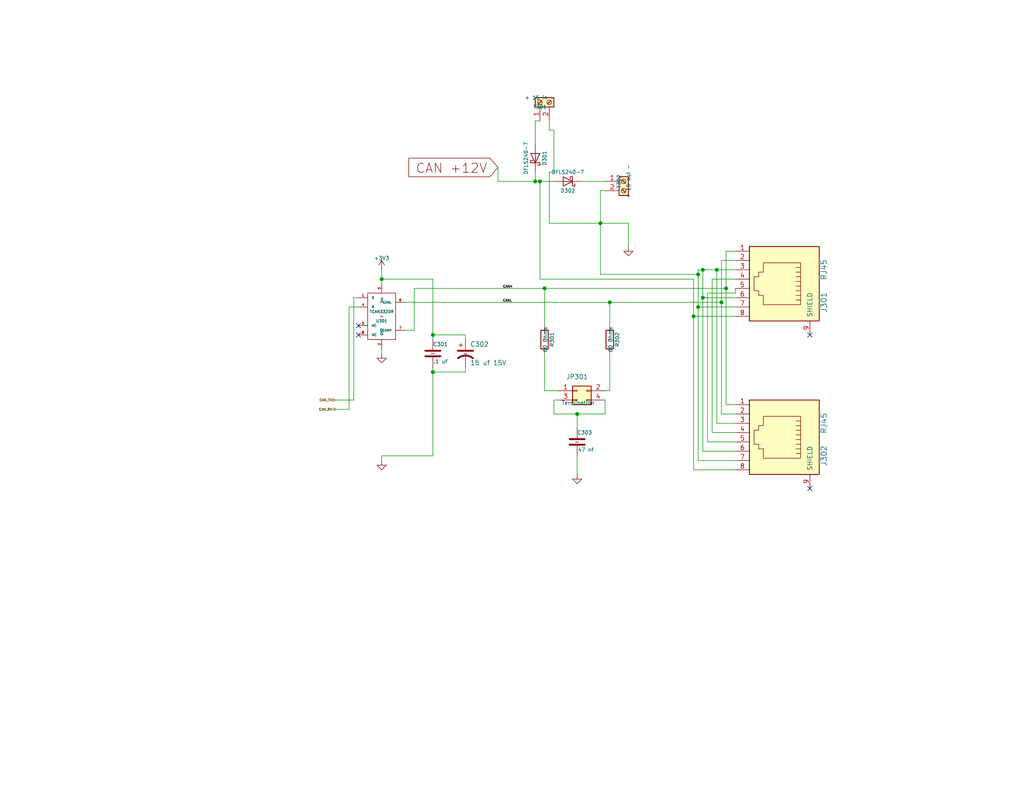
<source format=kicad_sch>
(kicad_sch (version 20211123) (generator eeschema)
  (paper "USLetter")
  (title_block (title "ESP32 S3 Multifunction Board") (rev "1.0") (company "Deepwoods Software") (comment 1 "CAN Transceiver"))
  (lib_symbols
    (symbol "ESP32-T7S3-QuadNeoPixel-rescue:+3V3" (power) (pin_names (offset 0))
      (property "Value" "+3V3" (at 0 3.556 0))
      (symbol "+3V3_0_1"
        (polyline (pts (xy -0.762 1.27) (xy 0 2.54)))
        (polyline (pts (xy 0 0) (xy 0 2.54)))
        (polyline (pts (xy 0 2.54) (xy 0.762 1.27)))
      )
      (symbol "+3V3_1_1"
        (pin power_in line (at 0 0 90) (length 0) hide (name "+3V3") (number "1"))
      )
    )
    (symbol "ESP32-T7S3-QuadNeoPixel-rescue:C" (pin_numbers hide) (pin_names (offset 0.254))
      (property "Reference" "C" (at 0.635 2.54 0))
      (property "Value" "C" (at 0.635 -2.54 0))
      (symbol "C_0_1"
        (polyline (pts (xy -2.032 -0.762) (xy 2.032 -0.762)) (stroke (width 0.508)))
        (polyline (pts (xy -2.032 0.762) (xy 2.032 0.762)) (stroke (width 0.508)))
      )
      (symbol "C_1_1"
        (pin passive line (at 0 3.81 270) (length 2.794) (name "~") (number "1"))
        (pin passive line (at 0 -3.81 90) (length 2.794) (name "~") (number "2"))
      )
    )
    (symbol "ESP32-T7S3-QuadNeoPixel-rescue:CP1" (pin_numbers hide) (pin_names (offset 0.254) hide)
      (property "Reference" "C" (at 0.635 2.54 0))
      (property "Value" "CP1" (at 0.635 -2.54 0))
      (symbol "CP1_0_1"
        (polyline (pts (xy -2.032 0.762) (xy 2.032 0.762)) (stroke (width 0.508)))
        (polyline (pts (xy -1.778 2.286) (xy -0.762 2.286)))
        (polyline (pts (xy -1.27 1.778) (xy -1.27 2.794)))
        (arc (start 2.032 -1.27) (mid 0 -0.5572) (end -2.032 -1.27) (stroke (width 0.508)))
      )
      (symbol "CP1_1_1"
        (pin passive line (at 0 3.81 270) (length 2.794) (name "~") (number "1"))
        (pin passive line (at 0 -3.81 90) (length 3.302) (name "~") (number "2"))
      )
    )
    (symbol "ESP32-T7S3-QuadNeoPixel-rescue:Conn_02x02_Odd_Even" (pin_names (offset 1.016) hide)
      (property "Reference" "J" (at 1.27 2.54 0))
      (property "Value" "Conn_02x02_Odd_Even" (at 1.27 -5.08 0))
      (symbol "Conn_02x02_Odd_Even_1_1"
        (rectangle (start -1.27 -2.413) (end 0 -2.667) (stroke (width 0.1524)))
        (rectangle (start -1.27 0.127) (end 0 -0.127) (stroke (width 0.1524)))
        (rectangle (start -1.27 1.27) (end 3.81 -3.81) (stroke (width 0.254)) (fill (type background)))
        (rectangle (start 3.81 -2.413) (end 2.54 -2.667) (stroke (width 0.1524)))
        (rectangle (start 3.81 0.127) (end 2.54 -0.127) (stroke (width 0.1524)))
        (pin passive line (at -5.08 0 0) (length 3.81) (name "Pin_1") (number "1"))
        (pin passive line (at 7.62 0 180) (length 3.81) (name "Pin_2") (number "2"))
        (pin passive line (at -5.08 -2.54 0) (length 3.81) (name "Pin_3") (number "3"))
        (pin passive line (at 7.62 -2.54 180) (length 3.81) (name "Pin_4") (number "4"))
      )
    )
    (symbol "ESP32-T7S3-QuadNeoPixel-rescue:D_Schottky" (pin_numbers hide) (pin_names (offset 1.016) hide)
      (property "Reference" "D" (at 0 2.54 0))
      (property "Value" "D_Schottky" (at 0 -2.54 0))
      (symbol "D_Schottky_0_1"
        (polyline (pts (xy 1.27 0) (xy -1.27 0)))
        (polyline (pts (xy 1.27 1.27) (xy 1.27 -1.27) (xy -1.27 0) (xy 1.27 1.27)) (stroke (width 0.2032)))
        (polyline (pts (xy -1.905 0.635) (xy -1.905 1.27) (xy -1.27 1.27) (xy -1.27 -1.27) (xy -0.635 -1.27) (xy -0.635 -0.635)) (stroke (width 0.2032)))
      )
      (symbol "D_Schottky_1_1"
        (pin passive line (at -3.81 0 0) (length 2.54) (name "K") (number "1"))
        (pin passive line (at 3.81 0 180) (length 2.54) (name "A") (number "2"))
      )
    )
    (symbol "ESP32-T7S3-QuadNeoPixel-rescue:GND" (power) (pin_names (offset 0))
      (property "Value" "GND" (at 0 -3.81 0))
      (symbol "GND_0_1"
        (polyline (pts (xy 0 0) (xy 0 -1.27) (xy 1.27 -1.27) (xy 0 -2.54) (xy -1.27 -1.27) (xy 0 -1.27)))
      )
      (symbol "GND_1_1"
        (pin power_in line (at 0 0 270) (length 0) hide (name "GND") (number "1"))
      )
    )
    (symbol "ESP32-T7S3-QuadNeoPixel-rescue:R" (pin_numbers hide) (pin_names (offset 0))
      (property "Reference" "R" (at 2.032 0 90))
      (property "Value" "R" (at 0 0 90))
      (symbol "R_0_1"
        (rectangle (start -1.016 -2.54) (end 1.016 2.54) (stroke (width 0.254)))
      )
      (symbol "R_1_1"
        (pin passive line (at 0 3.81 270) (length 1.27) (name "~") (number "1"))
        (pin passive line (at 0 -3.81 90) (length 1.27) (name "~") (number "2"))
      )
    )
    (symbol "ESP32-T7S3-QuadNeoPixel-rescue:RJ45" (pin_names (offset 1.016))
      (property "Reference" "J" (at 5.08 12.7 0))
      (property "Value" "RJ45" (at -3.81 12.7 0))
      (symbol "RJ45_0_1"
        (rectangle (start -10.16 -7.62) (end 10.16 11.43) (stroke (width 0.254)) (fill (type background)))
        (polyline (pts (xy -4.445 5.08) (xy -4.445 6.35) (xy -4.445 6.35)))
        (polyline (pts (xy -3.175 6.35) (xy -3.175 5.08) (xy -3.175 5.08)))
        (polyline (pts (xy -1.905 6.35) (xy -1.905 5.08) (xy -1.905 5.08)))
        (polyline (pts (xy -0.635 6.35) (xy -0.635 5.08) (xy -0.635 5.08)))
        (polyline (pts (xy 0.635 6.35) (xy 0.635 5.08) (xy 0.635 5.08)))
        (polyline (pts (xy 1.905 6.35) (xy 1.905 5.08) (xy 1.905 5.08)))
        (polyline (pts (xy 3.175 5.08) (xy 3.175 6.35) (xy 3.175 6.35)))
        (polyline (pts (xy 4.445 5.08) (xy 4.445 6.35) (xy 4.445 6.35)))
        (polyline (pts (xy -5.715 6.35) (xy 5.715 6.35) (xy 5.715 -3.81) (xy 3.175 -3.81) (xy 3.175 -5.08) (xy 1.905 -5.08) (xy 1.905 -6.35) (xy -1.905 -6.35) (xy -1.905 -5.08) (xy -3.175 -5.08) (xy -3.175 -3.81) (xy -5.715 -3.81) (xy -5.715 6.35) (xy -5.715 6.35)))
      )
      (symbol "RJ45_1_1"
        (pin passive line (at -8.89 -11.43 90) (length 3.81) (name "~") (number "1"))
        (pin passive line (at -6.35 -11.43 90) (length 3.81) (name "~") (number "2"))
        (pin passive line (at -3.81 -11.43 90) (length 3.81) (name "~") (number "3"))
        (pin passive line (at -1.27 -11.43 90) (length 3.81) (name "~") (number "4"))
        (pin passive line (at 1.27 -11.43 90) (length 3.81) (name "~") (number "5"))
        (pin passive line (at 3.81 -11.43 90) (length 3.81) (name "~") (number "6"))
        (pin passive line (at 6.35 -11.43 90) (length 3.81) (name "~") (number "7"))
        (pin passive line (at 8.89 -11.43 90) (length 3.81) (name "~") (number "8"))
        (pin passive line (at 13.97 8.89 180) (length 3.81) (name "SHIELD") (number "9"))
      )
    )
    (symbol "ESP32-T7S3-QuadNeoPixel-rescue:Screw_Terminal_01x02" (pin_names (offset 1.016) hide)
      (property "Reference" "J" (at 0 2.54 0))
      (property "Value" "Screw_Terminal_01x02" (at 0 -5.08 0))
      (symbol "Screw_Terminal_01x02_1_1"
        (rectangle (start -1.27 1.27) (end 1.27 -3.81) (stroke (width 0.254)) (fill (type background)))
        (circle (center 0 -2.54) (radius 0.635) (stroke (width 0.1524)))
        (polyline (pts (xy -0.5334 -2.2098) (xy 0.3302 -3.048)) (stroke (width 0.1524)))
        (polyline (pts (xy -0.5334 0.3302) (xy 0.3302 -0.508)) (stroke (width 0.1524)))
        (polyline (pts (xy -0.3556 -2.032) (xy 0.508 -2.8702)) (stroke (width 0.1524)))
        (polyline (pts (xy -0.3556 0.508) (xy 0.508 -0.3302)) (stroke (width 0.1524)))
        (circle (center 0 0) (radius 0.635) (stroke (width 0.1524)))
        (pin passive line (at -5.08 0 0) (length 3.81) (name "Pin_1") (number "1"))
        (pin passive line (at -5.08 -2.54 0) (length 3.81) (name "Pin_2") (number "2"))
      )
    )
    (symbol "sn65hvd233-ht:TCAN332DR" (pin_names (offset 1.016))
      (property "Reference" "U" (at 0 -1.27 0))
      (property "Value" "TCAN332DR" (at 0 1.27 0))
      (symbol "TCAN332DR_0_1"
        (rectangle (start -3.81 6.35) (end 3.81 -6.35))
      )
      (symbol "TCAN332DR_1_1"
        (pin input line (at -6.35 5.08 0) (length 2.54) (name "D") (number "1"))
        (pin power_in line (at 0 -8.89 90) (length 2.54) (name "GND") (number "2"))
        (pin power_in line (at 0 8.89 270) (length 2.54) (name "Vcc") (number "3"))
        (pin output line (at -6.35 2.54 0) (length 2.54) (name "R") (number "4"))
        (pin input line (at -6.35 -2.54 0) (length 2.54) (name "NC") (number "5"))
        (pin bidirectional line (at 6.35 3.81 180) (length 2.54) (name "CANL") (number "6"))
        (pin bidirectional line (at 6.35 -3.81 180) (length 2.54) (name "CANH") (number "7"))
        (pin input line (at -6.35 -5.08 0) (length 2.54) (name "NC") (number "8"))
      )
    )
  )
  (junction (at 146.05 49.53))
  (junction (at 163.83 60.96))
  (junction (at 196.85 82.55))
  (junction (at 148.59 78.74))
  (junction (at 191.77 73.66))
  (junction (at 157.48 113.03))
  (junction (at 189.23 86.36))
  (junction (at 166.37 82.55))
  (junction (at 118.11 91.44))
  (junction (at 195.58 73.66))
  (junction (at 104.14 76.2))
  (junction (at 191.77 81.28))
  (junction (at 190.5 74.93))
  (junction (at 190.5 83.82))
  (junction (at 118.11 101.6))
  (junction (at 147.32 49.53))
  (junction (at 198.12 78.74))
  (no_connect (at 220.98 133.35))
  (no_connect (at 97.79 91.44))
  (no_connect (at 220.98 91.44))
  (no_connect (at 97.79 88.9))
  (wire (pts (xy 166.37 96.52) (xy 166.37 106.68)))
  (wire (pts (xy 149.86 46.99) (xy 149.86 60.96)))
  (wire (pts (xy 163.83 74.93) (xy 190.5 74.93)))
  (wire (pts (xy 148.59 96.52) (xy 148.59 106.68)))
  (wire (pts (xy 195.58 73.66) (xy 195.58 115.57)))
  (wire (pts (xy 113.03 90.17) (xy 113.03 78.74)))
  (wire (pts (xy 135.89 45.72) (xy 135.89 49.53)))
  (wire (pts (xy 157.48 113.03) (xy 157.48 116.84)))
  (wire (pts (xy 200.66 118.11) (xy 194.31 118.11)))
  (wire (pts (xy 191.77 81.28) (xy 191.77 123.19)))
  (wire (pts (xy 163.83 52.07) (xy 163.83 60.96)))
  (wire (pts (xy 104.14 73.66) (xy 104.14 76.2)))
  (wire (pts (xy 104.14 124.46) (xy 104.14 125.73)))
  (wire (pts (xy 149.86 60.96) (xy 163.83 60.96)))
  (wire (pts (xy 194.31 76.2) (xy 200.66 76.2)))
  (wire (pts (xy 189.23 86.36) (xy 189.23 128.27)))
  (wire (pts (xy 104.14 95.25) (xy 104.14 96.52)))
  (wire (pts (xy 151.13 46.99) (xy 149.86 46.99)))
  (wire (pts (xy 166.37 82.55) (xy 196.85 82.55)))
  (wire (pts (xy 198.12 68.58) (xy 198.12 78.74)))
  (wire (pts (xy 118.11 124.46) (xy 104.14 124.46)))
  (wire (pts (xy 96.52 81.28) (xy 96.52 109.22)))
  (wire (pts (xy 157.48 113.03) (xy 151.13 113.03)))
  (wire (pts (xy 148.59 78.74) (xy 198.12 78.74)))
  (wire (pts (xy 118.11 91.44) (xy 118.11 92.71)))
  (wire (pts (xy 147.32 33.02) (xy 146.05 33.02)))
  (wire (pts (xy 146.05 49.53) (xy 147.32 49.53)))
  (wire (pts (xy 95.25 83.82) (xy 95.25 111.76)))
  (wire (pts (xy 163.83 60.96) (xy 163.83 74.93)))
  (wire (pts (xy 196.85 82.55) (xy 196.85 113.03)))
  (wire (pts (xy 165.1 109.22) (xy 165.1 113.03)))
  (wire (pts (xy 190.5 83.82) (xy 190.5 125.73)))
  (wire (pts (xy 194.31 118.11) (xy 194.31 76.2)))
  (wire (pts (xy 196.85 71.12) (xy 196.85 82.55)))
  (wire (pts (xy 96.52 109.22) (xy 91.44 109.22)))
  (wire (pts (xy 165.1 113.03) (xy 157.48 113.03)))
  (wire (pts (xy 118.11 91.44) (xy 127 91.44)))
  (wire (pts (xy 146.05 49.53) (xy 146.05 46.99)))
  (wire (pts (xy 146.05 33.02) (xy 146.05 39.37)))
  (wire (pts (xy 97.79 83.82) (xy 95.25 83.82)))
  (wire (pts (xy 190.5 73.66) (xy 190.5 74.93)))
  (wire (pts (xy 196.85 113.03) (xy 200.66 113.03)))
  (wire (pts (xy 151.13 113.03) (xy 151.13 109.22)))
  (wire (pts (xy 191.77 73.66) (xy 191.77 81.28)))
  (wire (pts (xy 135.89 49.53) (xy 146.05 49.53)))
  (wire (pts (xy 97.79 81.28) (xy 96.52 81.28)))
  (wire (pts (xy 104.14 76.2) (xy 118.11 76.2)))
  (wire (pts (xy 110.49 82.55) (xy 166.37 82.55)))
  (wire (pts (xy 148.59 78.74) (xy 148.59 88.9)))
  (wire (pts (xy 147.32 76.2) (xy 189.23 76.2)))
  (wire (pts (xy 165.1 49.53) (xy 158.75 49.53)))
  (wire (pts (xy 148.59 106.68) (xy 152.4 106.68)))
  (wire (pts (xy 163.83 60.96) (xy 171.45 60.96)))
  (wire (pts (xy 151.13 109.22) (xy 152.4 109.22)))
  (wire (pts (xy 113.03 78.74) (xy 148.59 78.74)))
  (wire (pts (xy 195.58 73.66) (xy 200.66 73.66)))
  (wire (pts (xy 127 101.6) (xy 118.11 101.6)))
  (wire (pts (xy 118.11 101.6) (xy 118.11 124.46)))
  (wire (pts (xy 110.49 90.17) (xy 113.03 90.17)))
  (wire (pts (xy 166.37 106.68) (xy 165.1 106.68)))
  (wire (pts (xy 198.12 68.58) (xy 200.66 68.58)))
  (wire (pts (xy 149.86 33.02) (xy 149.86 35.56)))
  (wire (pts (xy 190.5 83.82) (xy 200.66 83.82)))
  (wire (pts (xy 127 91.44) (xy 127 92.71)))
  (wire (pts (xy 157.48 124.46) (xy 157.48 129.54)))
  (wire (pts (xy 151.13 35.56) (xy 151.13 46.99)))
  (wire (pts (xy 118.11 100.33) (xy 118.11 101.6)))
  (wire (pts (xy 95.25 111.76) (xy 91.44 111.76)))
  (wire (pts (xy 200.66 81.28) (xy 191.77 81.28)))
  (wire (pts (xy 166.37 82.55) (xy 166.37 88.9)))
  (wire (pts (xy 193.04 120.65) (xy 200.66 120.65)))
  (wire (pts (xy 104.14 76.2) (xy 104.14 77.47)))
  (wire (pts (xy 165.1 52.07) (xy 163.83 52.07)))
  (wire (pts (xy 147.32 49.53) (xy 147.32 76.2)))
  (wire (pts (xy 193.04 80.01) (xy 193.04 120.65)))
  (wire (pts (xy 195.58 115.57) (xy 200.66 115.57)))
  (wire (pts (xy 198.12 110.49) (xy 200.66 110.49)))
  (wire (pts (xy 198.12 78.74) (xy 198.12 110.49)))
  (wire (pts (xy 190.5 74.93) (xy 190.5 83.82)))
  (wire (pts (xy 200.66 78.74) (xy 200.66 80.01)))
  (wire (pts (xy 191.77 73.66) (xy 195.58 73.66)))
  (wire (pts (xy 118.11 76.2) (xy 118.11 91.44)))
  (wire (pts (xy 190.5 125.73) (xy 200.66 125.73)))
  (wire (pts (xy 191.77 123.19) (xy 200.66 123.19)))
  (wire (pts (xy 189.23 86.36) (xy 200.66 86.36)))
  (wire (pts (xy 200.66 71.12) (xy 196.85 71.12)))
  (wire (pts (xy 147.32 49.53) (xy 151.13 49.53)))
  (wire (pts (xy 190.5 73.66) (xy 191.77 73.66)))
  (wire (pts (xy 149.86 35.56) (xy 151.13 35.56)))
  (wire (pts (xy 200.66 80.01) (xy 193.04 80.01)))
  (wire (pts (xy 171.45 60.96) (xy 171.45 67.31)))
  (wire (pts (xy 189.23 76.2) (xy 189.23 86.36)))
  (wire (pts (xy 189.23 128.27) (xy 200.66 128.27)))
  (wire (pts (xy 127 100.33) (xy 127 101.6)))
  (label "CANH" (at 137.16 78.74 0) (effects (font (size 0.635 0.635))))
  (label "CANL" (at 137.16 82.55 0) (effects (font (size 0.635 0.635))))
  (global_label "CAN +12V" (shape input) (at 135.89 45.72 180) (effects (font (size 2.54 2.54))) (property "Intersheet References" "${INTERSHEET_REFS}" (effects hide)))
  (hierarchical_label "CAN_RX" (shape output) (at 91.44 111.76 180) (effects (font (size 0.635 0.635))))
  (hierarchical_label "CAN_TX" (shape input) (at 91.44 109.22 180) (effects (font (size 0.635 0.635))))
  (symbol (lib_id "sn65hvd233-ht:TCAN332DR") (at 104.14 86.36 0) (unit 1)
    (property "Reference" "U301" (at 104.14 87.63 0) (effects (font (size 0.762 0.762))))
    (property "Value" "TCAN332DR" (at 104.14 85.09 0) (effects (font (size 0.762 0.762))))
    (property "Footprint" "Housings_SOIC:SOIC-8_3.9x4.9mm_Pitch1.27mm" (effects hide))
    (property "Datasheet" "~" (at 104.14 86.36 0) (effects (font (size 1.524 1.524))))
    (property "Mouser Part Number" "595-TCAN332DR" (effects hide))
  )
  (symbol (lib_id "ESP32-T7S3-QuadNeoPixel-rescue:+3V3") (at 104.14 73.66 0) (unit 1)
    (property "Reference" "#PWR013" (effects hide))
    (property "Value" "+3V3" (at 104.14 70.485 0) (effects (font (size 1.016 1.016))))
  )
  (symbol (lib_id "ESP32-T7S3-QuadNeoPixel-rescue:GND") (at 104.14 96.52 0) (unit 1)
    (property "Reference" "#PWR014" (effects hide))
    (property "Value" "GND" (effects hide))
  )
  (symbol (lib_id "ESP32-T7S3-QuadNeoPixel-rescue:C") (at 118.11 96.52 0) (unit 1)
    (property "Reference" "C301" (at 118.11 93.98 0) (effects (font (size 1.016 1.016)) (justify left)))
    (property "Value" ".1 uf" (at 118.2624 98.679 0) (effects (font (size 1.016 1.016)) (justify left)))
    (property "Footprint" "Capacitors_SMD:C_0603" (effects hide))
    (property "Datasheet" "~" (at 118.11 96.52 0) (effects (font (size 1.524 1.524))))
    (property "Mouser Part Number" "710-885012206095" (effects hide))
  )
  (symbol (lib_id "ESP32-T7S3-QuadNeoPixel-rescue:CP1") (at 127 96.52 0) (unit 1)
    (property "Reference" "C302" (at 128.27 93.98 0) (effects (justify left)))
    (property "Value" "15 uf 15V" (at 128.27 99.06 0) (effects (justify left)))
    (property "Footprint" "Capacitors_SMD:CP_Elec_4x5.7" (effects hide))
    (property "Datasheet" "~" (at 127 96.52 0) (effects (font (size 1.524 1.524))))
    (property "Mouser Part Number" "647-UUD1C150MCL" (effects hide))
  )
  (symbol (lib_id "ESP32-T7S3-QuadNeoPixel-rescue:R") (at 148.59 92.71 0) (unit 1)
    (property "Reference" "R301" (at 150.622 92.71 90) (effects (font (size 1.016 1.016))))
    (property "Value" "60 Ohms" (at 148.7678 92.6846 90) (effects (font (size 1.016 1.016))))
    (property "Footprint" "Resistors_SMD:R_1206" (effects hide))
    (property "Datasheet" "~" (at 148.59 92.71 0) (effects (font (size 0.762 0.762))))
    (property "Mouser Part Number" "71-CRCW120660R0KNAIF" (effects hide))
  )
  (symbol (lib_id "ESP32-T7S3-QuadNeoPixel-rescue:R") (at 166.37 92.71 0) (unit 1)
    (property "Reference" "R302" (at 168.402 92.71 90) (effects (font (size 1.016 1.016))))
    (property "Value" "60 Ohms" (at 166.5478 92.6846 90) (effects (font (size 1.016 1.016))))
    (property "Footprint" "Resistors_SMD:R_1206" (effects hide))
    (property "Datasheet" "~" (at 166.37 92.71 0) (effects (font (size 0.762 0.762))))
    (property "Mouser Part Number" "71-CRCW120660R0KNAIF" (effects hide))
  )
  (symbol (lib_id "ESP32-T7S3-QuadNeoPixel-rescue:Conn_02x02_Odd_Even") (at 157.48 106.68 0) (unit 1)
    (property "Reference" "JP301" (at 157.48 102.87 0))
    (property "Value" "Termination" (at 157.734 109.982 0) (effects (font (size 1.016 1.016))))
    (property "Footprint" "Pin_Headers:Pin_Header_Straight_2x02_Pitch2.54mm" (effects hide))
    (property "Mouser Part Number" "649-67997-404HLF" (effects hide))
  )
  (symbol (lib_id "ESP32-T7S3-QuadNeoPixel-rescue:C") (at 157.48 120.65 0) (unit 1)
    (property "Reference" "C303" (at 157.48 118.11 0) (effects (font (size 1.016 1.016)) (justify left)))
    (property "Value" "47 nf" (at 157.6324 122.809 0) (effects (font (size 1.016 1.016)) (justify left)))
    (property "Footprint" "Capacitors_SMD:C_0603" (effects hide))
    (property "Datasheet" "~" (at 157.48 120.65 0) (effects (font (size 1.524 1.524))))
    (property "Mouser Part Number" "710-885012206093" (effects hide))
  )
  (symbol (lib_id "ESP32-T7S3-QuadNeoPixel-rescue:GND") (at 157.48 129.54 0) (unit 1)
    (property "Reference" "#PWR015" (effects hide))
    (property "Value" "GND" (effects hide))
  )
  (symbol (lib_id "ESP32-T7S3-QuadNeoPixel-rescue:RJ45") (at 212.09 119.38 270) (unit 1)
    (property "Reference" "J302" (at 224.79 124.46 0) (effects (font (size 1.524 1.524))))
    (property "Value" "RJ45" (at 224.79 115.57 0) (effects (font (size 1.524 1.524))))
    (property "Footprint" "RJ45-8N-S:RJ45_8N-S" (effects hide))
    (property "Mouser Part Number" "710-615008144221" (effects hide))
  )
  (symbol (lib_id "ESP32-T7S3-QuadNeoPixel-rescue:RJ45") (at 212.09 77.47 270) (unit 1)
    (property "Reference" "J301" (at 224.79 82.55 0) (effects (font (size 1.524 1.524))))
    (property "Value" "RJ45" (at 224.79 73.66 0) (effects (font (size 1.524 1.524))))
    (property "Footprint" "RJ45-8N-S:RJ45_8N-S" (effects hide))
    (property "Mouser Part Number" "710-615008144221" (effects hide))
  )
  (symbol (lib_id "ESP32-T7S3-QuadNeoPixel-rescue:Screw_Terminal_01x02") (at 170.18 49.53 0) (unit 1)
    (property "Reference" "T302" (at 168.91 49.53 90) (effects (font (size 1.016 1.016))))
    (property "Value" "+ 15 out -" (at 171.45 49.53 90) (effects (font (size 1.016 1.016))))
    (property "Footprint" "Connectors_Terminal_Blocks:TerminalBlock_Pheonix_MPT-2.54mm_2pol" (effects hide))
    (property "Mouser Part Number" "651-1725656" (effects hide))
  )
  (symbol (lib_id "ESP32-T7S3-QuadNeoPixel-rescue:D_Schottky") (at 154.94 49.53 180) (unit 1)
    (property "Reference" "D302" (at 154.94 52.07 0) (effects (font (size 1.016 1.016))))
    (property "Value" "DFLS240-7" (at 154.94 46.99 0) (effects (font (size 1.016 1.016))))
    (property "Footprint" "Diodes_SMD:D_PowerDI-123" (effects hide))
    (property "Datasheet" "~" (at 154.94 49.53 0) (effects (font (size 1.524 1.524))))
    (property "Mouser Part Number" "621-DFLS240-7" (effects hide))
  )
  (symbol (lib_id "ESP32-T7S3-QuadNeoPixel-rescue:GND") (at 171.45 67.31 0) (unit 1)
    (property "Reference" "#PWR016" (effects hide))
    (property "Value" "GND" (effects hide))
  )
  (symbol (lib_id "ESP32-T7S3-QuadNeoPixel-rescue:Screw_Terminal_01x02") (at 147.32 27.94 90) (unit 1)
    (property "Reference" "T301" (at 147.32 29.21 90) (effects (font (size 1.016 1.016))))
    (property "Value" "+ 15 in -" (at 147.32 26.67 90) (effects (font (size 1.016 1.016))))
    (property "Footprint" "Connectors_Terminal_Blocks:TerminalBlock_Pheonix_MPT-2.54mm_2pol" (effects hide))
    (property "Mouser Part Number" "651-1725656" (effects hide))
  )
  (symbol (lib_id "ESP32-T7S3-QuadNeoPixel-rescue:D_Schottky") (at 146.05 43.18 270) (mirror x) (unit 1)
    (property "Reference" "D301" (at 148.59 43.18 0) (effects (font (size 1.016 1.016))))
    (property "Value" "DFLS240-7" (at 143.51 43.18 0) (effects (font (size 1.016 1.016))))
    (property "Footprint" "Diodes_SMD:D_PowerDI-123" (effects hide))
    (property "Datasheet" "~" (at 146.05 43.18 0) (effects (font (size 1.524 1.524))))
    (property "Mouser Part Number" "621-DFLS240-7" (effects hide))
  )
  (symbol (lib_id "ESP32-T7S3-QuadNeoPixel-rescue:GND") (at 104.14 125.73 0) (unit 1)
    (property "Reference" "#PWR017" (effects hide))
    (property "Value" "GND" (effects hide))
  )
)
</source>
